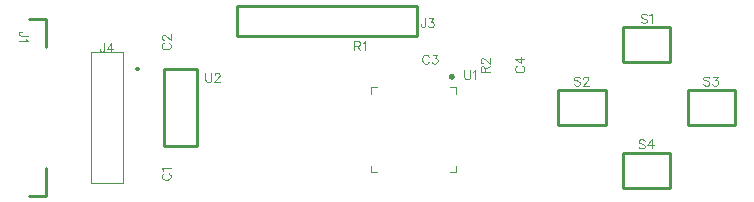
<source format=gbr>
G04 DipTrace 4.3.0.3*
G04 TopSilk.gbr*
%MOIN*%
G04 #@! TF.FileFunction,Legend,Top*
G04 #@! TF.Part,Single*
%ADD10C,0.009843*%
%ADD13C,0.004724*%
%ADD67C,0.004632*%
%FSLAX26Y26*%
G04*
G70*
G90*
G75*
G01*
G04 TopSilk*
%LPD*%
X796825Y950297D2*
D10*
Y1044046D1*
X740576D1*
X796825Y549608D2*
Y455857D1*
X740576D1*
X1434969Y1087454D2*
Y987451D1*
X2034913D1*
Y1087454D1*
X1434969D1*
X948932Y933701D2*
D13*
Y499843D1*
X1053656D1*
Y933701D1*
X948932D1*
X2721825Y1018382D2*
D10*
Y900272D1*
X2879306D1*
Y1018382D1*
X2721825D1*
X2506201Y809007D2*
Y690896D1*
X2663681D1*
Y809007D1*
X2506201D1*
X2937451D2*
Y690896D1*
X3094932D1*
Y809007D1*
X2937451D1*
X2721825Y599633D2*
Y481522D1*
X2879306D1*
Y599633D1*
X2721825D1*
X2164173Y796211D2*
D13*
Y816684D1*
X2143701D1*
Y533219D2*
X2164173D1*
Y553692D1*
X1880709D2*
Y533219D1*
X1901181D1*
Y816684D2*
X1880709D1*
Y796211D1*
G36*
X2161024Y852510D2*
X2160939Y851226D1*
X2160688Y849963D1*
X2160274Y848744D1*
X2159705Y847589D1*
X2158990Y846519D1*
X2158141Y845551D1*
X2157173Y844702D1*
X2156102Y843987D1*
X2154948Y843417D1*
X2153729Y843003D1*
X2152466Y842752D1*
X2151181Y842668D1*
X2149896Y842752D1*
X2148634Y843003D1*
X2147415Y843417D1*
X2146260Y843987D1*
X2145189Y844702D1*
X2144221Y845551D1*
X2143373Y846519D1*
X2142657Y847589D1*
X2142088Y848744D1*
X2141674Y849963D1*
X2141423Y851226D1*
X2141339Y852510D1*
D1*
X2141423Y853795D1*
X2141674Y855058D1*
X2142088Y856277D1*
X2142657Y857432D1*
X2143373Y858502D1*
X2144221Y859470D1*
X2145189Y860319D1*
X2146260Y861034D1*
X2147415Y861604D1*
X2148634Y862018D1*
X2149896Y862269D1*
X2151181Y862353D1*
X2152466Y862269D1*
X2153729Y862018D1*
X2154948Y861604D1*
X2156102Y861034D1*
X2157173Y860319D1*
X2158141Y859470D1*
X2158990Y858502D1*
X2159705Y857432D1*
X2160274Y856277D1*
X2160688Y855058D1*
X2160939Y853795D1*
X2161024Y852510D1*
D1*
G37*
G36*
X1103062Y871130D2*
X1102056Y871196D1*
X1101068Y871392D1*
X1100114Y871716D1*
X1099211Y872162D1*
X1098373Y872722D1*
X1097615Y873386D1*
X1096951Y874143D1*
X1096391Y874981D1*
X1095946Y875885D1*
X1095622Y876839D1*
X1095425Y877827D1*
X1095360Y878832D1*
X1095425Y879837D1*
X1095622Y880825D1*
X1095946Y881779D1*
X1096391Y882683D1*
X1096951Y883521D1*
X1097615Y884278D1*
X1098373Y884943D1*
X1099211Y885502D1*
X1100114Y885948D1*
X1101068Y886272D1*
X1102056Y886468D1*
X1103062Y886534D1*
X1103088D1*
X1104093Y886468D1*
X1105081Y886272D1*
X1106035Y885948D1*
X1106939Y885502D1*
X1107777Y884943D1*
X1108534Y884278D1*
X1109198Y883521D1*
X1109758Y882683D1*
X1110204Y881779D1*
X1110528Y880825D1*
X1110724Y879837D1*
X1110790Y878832D1*
X1110724Y877827D1*
X1110528Y876839D1*
X1110204Y875885D1*
X1109758Y874981D1*
X1109198Y874143D1*
X1108534Y873386D1*
X1107777Y872722D1*
X1106939Y872162D1*
X1106035Y871716D1*
X1105081Y871392D1*
X1104093Y871196D1*
X1103088Y871130D1*
X1103062D1*
G37*
X1192324Y879871D2*
D10*
Y620041D1*
X1302560Y879871D2*
Y620041D1*
X1192324D2*
X1302560D1*
X1192324Y879871D2*
X1302560D1*
X1190985Y530607D2*
D67*
X1188133Y529181D1*
X1185248Y526296D1*
X1183822Y523444D1*
Y517707D1*
X1185248Y514822D1*
X1188133Y511970D1*
X1190985Y510511D1*
X1195296Y509085D1*
X1202492D1*
X1206770Y510511D1*
X1209655Y511970D1*
X1212507Y514822D1*
X1213966Y517707D1*
Y523444D1*
X1212507Y526296D1*
X1209655Y529181D1*
X1206770Y530607D1*
X1189592Y539871D2*
X1188133Y542756D1*
X1183855Y547067D1*
X1213966D1*
X1190985Y964783D2*
X1188133Y963357D1*
X1185248Y960472D1*
X1183822Y957620D1*
Y951883D1*
X1185248Y948998D1*
X1188133Y946146D1*
X1190985Y944687D1*
X1195296Y943261D1*
X1202492D1*
X1206770Y944687D1*
X1209655Y946146D1*
X1212507Y948998D1*
X1213966Y951883D1*
Y957620D1*
X1212507Y960472D1*
X1209655Y963357D1*
X1206770Y964783D1*
X1191018Y975506D2*
X1189592D1*
X1186707Y976932D1*
X1185281Y978358D1*
X1183855Y981243D1*
Y986980D1*
X1185281Y989832D1*
X1186707Y991258D1*
X1189592Y992717D1*
X1192444D1*
X1195329Y991258D1*
X1199607Y988406D1*
X1213966Y974047D1*
Y994143D1*
X2074269Y918713D2*
X2072843Y921565D1*
X2069958Y924450D1*
X2067106Y925876D1*
X2061369D1*
X2058484Y924450D1*
X2055632Y921565D1*
X2054173Y918713D1*
X2052747Y914402D1*
Y907206D1*
X2054173Y902928D1*
X2055632Y900043D1*
X2058484Y897191D1*
X2061369Y895732D1*
X2067106D1*
X2069958Y897191D1*
X2072843Y900043D1*
X2074269Y902928D1*
X2086417Y925843D2*
X2102169D1*
X2093580Y914369D1*
X2097891D1*
X2100743Y912943D1*
X2102169Y911517D1*
X2103628Y907206D1*
Y904354D1*
X2102169Y900043D1*
X2099317Y897158D1*
X2095006Y895732D1*
X2090695D1*
X2086417Y897158D1*
X2084992Y898617D1*
X2083532Y901469D1*
X2368973Y888135D2*
X2366121Y886709D1*
X2363236Y883824D1*
X2361810Y880972D1*
Y875235D1*
X2363236Y872350D1*
X2366121Y869498D1*
X2368973Y868039D1*
X2373284Y866613D1*
X2380480D1*
X2384758Y868039D1*
X2387643Y869498D1*
X2390495Y872350D1*
X2391954Y875235D1*
Y880972D1*
X2390495Y883824D1*
X2387643Y886709D1*
X2384758Y888135D1*
X2391954Y911757D2*
X2361843D1*
X2381906Y897398D1*
Y918920D1*
X737094Y988502D2*
X714146D1*
X709835Y989928D1*
X708409Y991387D1*
X706950Y994239D1*
Y997124D1*
X708409Y999976D1*
X709835Y1001402D1*
X714146Y1002861D1*
X716998D1*
X731324Y979238D2*
X732783Y976353D1*
X737061Y972042D1*
X706950D1*
X2061361Y1047475D2*
Y1024527D1*
X2059935Y1020216D1*
X2058476Y1018790D1*
X2055624Y1017331D1*
X2052739D1*
X2049887Y1018790D1*
X2048461Y1020216D1*
X2047002Y1024527D1*
Y1027379D1*
X2073509Y1047441D2*
X2089261D1*
X2080672Y1035967D1*
X2084983D1*
X2087835Y1034541D1*
X2089261Y1033116D1*
X2090720Y1028804D1*
Y1025953D1*
X2089261Y1021642D1*
X2086409Y1018756D1*
X2082098Y1017331D1*
X2077787D1*
X2073509Y1018756D1*
X2072083Y1020216D1*
X2070624Y1023068D1*
X991467Y966226D2*
Y943279D1*
X990041Y938968D1*
X988581Y937542D1*
X985730Y936082D1*
X982845D1*
X979993Y937542D1*
X978567Y938968D1*
X977108Y943279D1*
Y946130D1*
X1015089Y936082D2*
Y966193D1*
X1000730Y946130D1*
X1022252D1*
X1826037Y955895D2*
X1838937D1*
X1843248Y957354D1*
X1844707Y958780D1*
X1846133Y961632D1*
Y964517D1*
X1844707Y967369D1*
X1843248Y968828D1*
X1838937Y970254D1*
X1826037D1*
Y940110D1*
X1836085Y955895D2*
X1846133Y940110D1*
X1855397Y964484D2*
X1858282Y965943D1*
X1862593Y970221D1*
Y940110D1*
X2260844Y866612D2*
Y879512D1*
X2259385Y883823D1*
X2257959Y885282D1*
X2255107Y886708D1*
X2252222D1*
X2249370Y885282D1*
X2247911Y883823D1*
X2246485Y879512D1*
Y866612D1*
X2276629D1*
X2260844Y876660D2*
X2276629Y886708D1*
X2253681Y897431D2*
X2252255D1*
X2249370Y898857D1*
X2247944Y900283D1*
X2246518Y903168D1*
Y908905D1*
X2247944Y911757D1*
X2249370Y913183D1*
X2252255Y914642D1*
X2255107D1*
X2257992Y913183D1*
X2262270Y910331D1*
X2276629Y895972D1*
Y916068D1*
X2800415Y1058005D2*
X2797563Y1060890D1*
X2793252Y1062316D1*
X2787515D1*
X2783204Y1060890D1*
X2780319Y1058005D1*
Y1055153D1*
X2781778Y1052268D1*
X2783204Y1050842D1*
X2786056Y1049416D1*
X2794678Y1046531D1*
X2797563Y1045105D1*
X2798989Y1043646D1*
X2800415Y1040794D1*
Y1036483D1*
X2797563Y1033631D1*
X2793252Y1032172D1*
X2787515D1*
X2783204Y1033631D1*
X2780319Y1036483D1*
X2809679Y1056546D2*
X2812564Y1058005D1*
X2816875Y1062283D1*
Y1032172D1*
X2578341Y848629D2*
X2575489Y851514D1*
X2571178Y852940D1*
X2565441D1*
X2561130Y851514D1*
X2558245Y848629D1*
Y845777D1*
X2559704Y842892D1*
X2561130Y841466D1*
X2563982Y840040D1*
X2572604Y837155D1*
X2575489Y835729D1*
X2576915Y834270D1*
X2578341Y831418D1*
Y827107D1*
X2575489Y824256D1*
X2571178Y822796D1*
X2565441D1*
X2561130Y824256D1*
X2558245Y827107D1*
X2589063Y845744D2*
Y847170D1*
X2590489Y850055D1*
X2591915Y851481D1*
X2594800Y852907D1*
X2600537D1*
X2603389Y851481D1*
X2604815Y850055D1*
X2606274Y847170D1*
Y844318D1*
X2604815Y841433D1*
X2601963Y837155D1*
X2587604Y822796D1*
X2607700D1*
X3009591Y848629D2*
X3006739Y851514D1*
X3002428Y852940D1*
X2996691D1*
X2992380Y851514D1*
X2989495Y848629D1*
Y845777D1*
X2990954Y842892D1*
X2992380Y841466D1*
X2995232Y840040D1*
X3003854Y837155D1*
X3006739Y835729D1*
X3008165Y834270D1*
X3009591Y831418D1*
Y827107D1*
X3006739Y824256D1*
X3002428Y822796D1*
X2996691D1*
X2992380Y824256D1*
X2989495Y827107D1*
X3021740Y852907D2*
X3037492D1*
X3028903Y841433D1*
X3033214D1*
X3036066Y840007D1*
X3037492Y838581D1*
X3038951Y834270D1*
Y831418D1*
X3037492Y827107D1*
X3034640Y824222D1*
X3030329Y822796D1*
X3026018D1*
X3021740Y824222D1*
X3020314Y825681D1*
X3018855Y828533D1*
X2793252Y639255D2*
X2790400Y642140D1*
X2786089Y643566D1*
X2780352D1*
X2776041Y642140D1*
X2773156Y639255D1*
Y636403D1*
X2774615Y633518D1*
X2776041Y632092D1*
X2778893Y630666D1*
X2787515Y627781D1*
X2790400Y626355D1*
X2791826Y624896D1*
X2793252Y622044D1*
Y617733D1*
X2790400Y614882D1*
X2786089Y613422D1*
X2780352D1*
X2776041Y614882D1*
X2773156Y617733D1*
X2816875Y613422D2*
Y643533D1*
X2802516Y623470D1*
X2824038D1*
X2191663Y874217D2*
Y852695D1*
X2193089Y848384D1*
X2195974Y845532D1*
X2200285Y844073D1*
X2203137D1*
X2207448Y845532D1*
X2210333Y848384D1*
X2211759Y852695D1*
Y874217D1*
X2221023Y868447D2*
X2223908Y869906D1*
X2228219Y874184D1*
Y844073D1*
X1328964Y864842D2*
Y843320D1*
X1330390Y839009D1*
X1333275Y836157D1*
X1337586Y834698D1*
X1340438D1*
X1344749Y836157D1*
X1347634Y839009D1*
X1349060Y843320D1*
Y864842D1*
X1359782Y857646D2*
Y859072D1*
X1361208Y861957D1*
X1362634Y863383D1*
X1365519Y864809D1*
X1371256D1*
X1374108Y863383D1*
X1375534Y861957D1*
X1376993Y859072D1*
Y856220D1*
X1375534Y853335D1*
X1372682Y849057D1*
X1358323Y834698D1*
X1378419D1*
M02*

</source>
